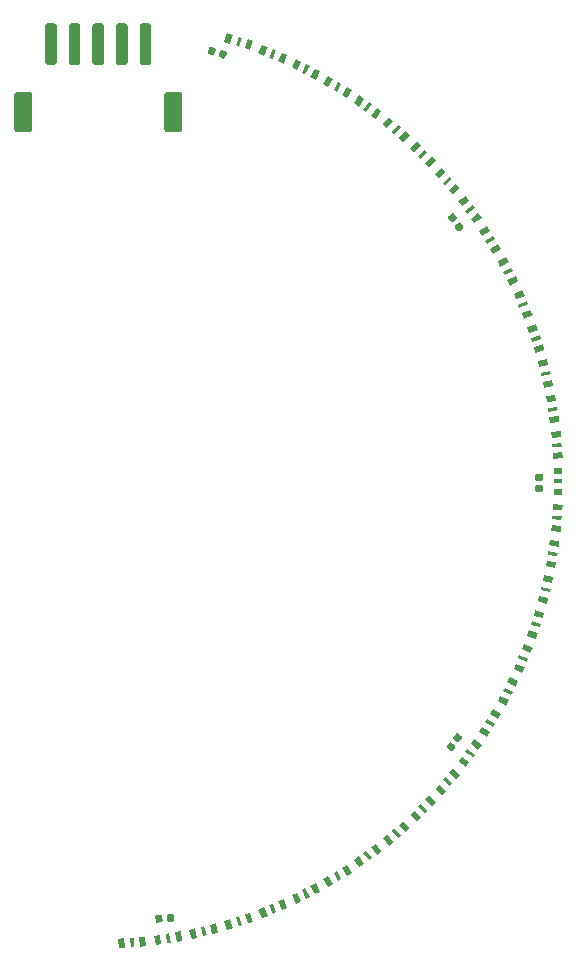
<source format=gbr>
G04 #@! TF.GenerationSoftware,KiCad,Pcbnew,(5.1.5)-3*
G04 #@! TF.CreationDate,2020-12-16T00:15:17-05:00*
G04 #@! TF.ProjectId,pixel,70697865-6c2e-46b6-9963-61645f706362,0.1a*
G04 #@! TF.SameCoordinates,Original*
G04 #@! TF.FileFunction,Paste,Top*
G04 #@! TF.FilePolarity,Positive*
%FSLAX46Y46*%
G04 Gerber Fmt 4.6, Leading zero omitted, Abs format (unit mm)*
G04 Created by KiCad (PCBNEW (5.1.5)-3) date 2020-12-16 00:15:17*
%MOMM*%
%LPD*%
G04 APERTURE LIST*
%ADD10C,0.100000*%
%ADD11R,0.800000X0.500000*%
%ADD12R,0.800000X0.300000*%
G04 APERTURE END LIST*
D10*
G36*
X132570595Y-107994322D02*
G01*
X132095067Y-107839813D01*
X132342281Y-107078968D01*
X132817809Y-107233477D01*
X132570595Y-107994322D01*
G37*
G36*
X131619539Y-107685304D02*
G01*
X131334222Y-107592599D01*
X131581435Y-106831754D01*
X131866752Y-106924459D01*
X131619539Y-107685304D01*
G37*
G36*
X130858693Y-107438091D02*
G01*
X130383165Y-107283582D01*
X130630379Y-106522737D01*
X131105907Y-106677246D01*
X130858693Y-107438091D01*
G37*
G36*
X135394507Y-109132363D02*
G01*
X134932567Y-108941021D01*
X135238713Y-108201917D01*
X135700653Y-108393259D01*
X135394507Y-109132363D01*
G37*
G36*
X134470627Y-108749679D02*
G01*
X134193463Y-108634874D01*
X134499609Y-107895771D01*
X134776773Y-108010576D01*
X134470627Y-108749679D01*
G37*
G36*
X133731524Y-108443533D02*
G01*
X133269584Y-108252191D01*
X133575730Y-107513087D01*
X134037670Y-107704429D01*
X133731524Y-108443533D01*
G37*
G36*
X126574504Y-111526204D02*
G01*
X126598773Y-111529804D01*
X126622571Y-111535765D01*
X126645671Y-111544030D01*
X126667849Y-111554520D01*
X126688893Y-111567133D01*
X126708598Y-111581747D01*
X126726777Y-111598223D01*
X126743253Y-111616402D01*
X126757867Y-111636107D01*
X126770480Y-111657151D01*
X126780970Y-111679329D01*
X126789235Y-111702429D01*
X126795196Y-111726227D01*
X126798796Y-111750496D01*
X126800000Y-111775000D01*
X126800000Y-114675000D01*
X126798796Y-114699504D01*
X126795196Y-114723773D01*
X126789235Y-114747571D01*
X126780970Y-114770671D01*
X126770480Y-114792849D01*
X126757867Y-114813893D01*
X126743253Y-114833598D01*
X126726777Y-114851777D01*
X126708598Y-114868253D01*
X126688893Y-114882867D01*
X126667849Y-114895480D01*
X126645671Y-114905970D01*
X126622571Y-114914235D01*
X126598773Y-114920196D01*
X126574504Y-114923796D01*
X126550000Y-114925000D01*
X125550000Y-114925000D01*
X125525496Y-114923796D01*
X125501227Y-114920196D01*
X125477429Y-114914235D01*
X125454329Y-114905970D01*
X125432151Y-114895480D01*
X125411107Y-114882867D01*
X125391402Y-114868253D01*
X125373223Y-114851777D01*
X125356747Y-114833598D01*
X125342133Y-114813893D01*
X125329520Y-114792849D01*
X125319030Y-114770671D01*
X125310765Y-114747571D01*
X125304804Y-114723773D01*
X125301204Y-114699504D01*
X125300000Y-114675000D01*
X125300000Y-111775000D01*
X125301204Y-111750496D01*
X125304804Y-111726227D01*
X125310765Y-111702429D01*
X125319030Y-111679329D01*
X125329520Y-111657151D01*
X125342133Y-111636107D01*
X125356747Y-111616402D01*
X125373223Y-111598223D01*
X125391402Y-111581747D01*
X125411107Y-111567133D01*
X125432151Y-111554520D01*
X125454329Y-111544030D01*
X125477429Y-111535765D01*
X125501227Y-111529804D01*
X125525496Y-111526204D01*
X125550000Y-111525000D01*
X126550000Y-111525000D01*
X126574504Y-111526204D01*
G37*
G36*
X113874504Y-111526204D02*
G01*
X113898773Y-111529804D01*
X113922571Y-111535765D01*
X113945671Y-111544030D01*
X113967849Y-111554520D01*
X113988893Y-111567133D01*
X114008598Y-111581747D01*
X114026777Y-111598223D01*
X114043253Y-111616402D01*
X114057867Y-111636107D01*
X114070480Y-111657151D01*
X114080970Y-111679329D01*
X114089235Y-111702429D01*
X114095196Y-111726227D01*
X114098796Y-111750496D01*
X114100000Y-111775000D01*
X114100000Y-114675000D01*
X114098796Y-114699504D01*
X114095196Y-114723773D01*
X114089235Y-114747571D01*
X114080970Y-114770671D01*
X114070480Y-114792849D01*
X114057867Y-114813893D01*
X114043253Y-114833598D01*
X114026777Y-114851777D01*
X114008598Y-114868253D01*
X113988893Y-114882867D01*
X113967849Y-114895480D01*
X113945671Y-114905970D01*
X113922571Y-114914235D01*
X113898773Y-114920196D01*
X113874504Y-114923796D01*
X113850000Y-114925000D01*
X112850000Y-114925000D01*
X112825496Y-114923796D01*
X112801227Y-114920196D01*
X112777429Y-114914235D01*
X112754329Y-114905970D01*
X112732151Y-114895480D01*
X112711107Y-114882867D01*
X112691402Y-114868253D01*
X112673223Y-114851777D01*
X112656747Y-114833598D01*
X112642133Y-114813893D01*
X112629520Y-114792849D01*
X112619030Y-114770671D01*
X112610765Y-114747571D01*
X112604804Y-114723773D01*
X112601204Y-114699504D01*
X112600000Y-114675000D01*
X112600000Y-111775000D01*
X112601204Y-111750496D01*
X112604804Y-111726227D01*
X112610765Y-111702429D01*
X112619030Y-111679329D01*
X112629520Y-111657151D01*
X112642133Y-111636107D01*
X112656747Y-111616402D01*
X112673223Y-111598223D01*
X112691402Y-111581747D01*
X112711107Y-111567133D01*
X112732151Y-111554520D01*
X112754329Y-111544030D01*
X112777429Y-111535765D01*
X112801227Y-111529804D01*
X112825496Y-111526204D01*
X112850000Y-111525000D01*
X113850000Y-111525000D01*
X113874504Y-111526204D01*
G37*
G36*
X123974504Y-105726204D02*
G01*
X123998773Y-105729804D01*
X124022571Y-105735765D01*
X124045671Y-105744030D01*
X124067849Y-105754520D01*
X124088893Y-105767133D01*
X124108598Y-105781747D01*
X124126777Y-105798223D01*
X124143253Y-105816402D01*
X124157867Y-105836107D01*
X124170480Y-105857151D01*
X124180970Y-105879329D01*
X124189235Y-105902429D01*
X124195196Y-105926227D01*
X124198796Y-105950496D01*
X124200000Y-105975000D01*
X124200000Y-108975000D01*
X124198796Y-108999504D01*
X124195196Y-109023773D01*
X124189235Y-109047571D01*
X124180970Y-109070671D01*
X124170480Y-109092849D01*
X124157867Y-109113893D01*
X124143253Y-109133598D01*
X124126777Y-109151777D01*
X124108598Y-109168253D01*
X124088893Y-109182867D01*
X124067849Y-109195480D01*
X124045671Y-109205970D01*
X124022571Y-109214235D01*
X123998773Y-109220196D01*
X123974504Y-109223796D01*
X123950000Y-109225000D01*
X123450000Y-109225000D01*
X123425496Y-109223796D01*
X123401227Y-109220196D01*
X123377429Y-109214235D01*
X123354329Y-109205970D01*
X123332151Y-109195480D01*
X123311107Y-109182867D01*
X123291402Y-109168253D01*
X123273223Y-109151777D01*
X123256747Y-109133598D01*
X123242133Y-109113893D01*
X123229520Y-109092849D01*
X123219030Y-109070671D01*
X123210765Y-109047571D01*
X123204804Y-109023773D01*
X123201204Y-108999504D01*
X123200000Y-108975000D01*
X123200000Y-105975000D01*
X123201204Y-105950496D01*
X123204804Y-105926227D01*
X123210765Y-105902429D01*
X123219030Y-105879329D01*
X123229520Y-105857151D01*
X123242133Y-105836107D01*
X123256747Y-105816402D01*
X123273223Y-105798223D01*
X123291402Y-105781747D01*
X123311107Y-105767133D01*
X123332151Y-105754520D01*
X123354329Y-105744030D01*
X123377429Y-105735765D01*
X123401227Y-105729804D01*
X123425496Y-105726204D01*
X123450000Y-105725000D01*
X123950000Y-105725000D01*
X123974504Y-105726204D01*
G37*
G36*
X121974504Y-105726204D02*
G01*
X121998773Y-105729804D01*
X122022571Y-105735765D01*
X122045671Y-105744030D01*
X122067849Y-105754520D01*
X122088893Y-105767133D01*
X122108598Y-105781747D01*
X122126777Y-105798223D01*
X122143253Y-105816402D01*
X122157867Y-105836107D01*
X122170480Y-105857151D01*
X122180970Y-105879329D01*
X122189235Y-105902429D01*
X122195196Y-105926227D01*
X122198796Y-105950496D01*
X122200000Y-105975000D01*
X122200000Y-108975000D01*
X122198796Y-108999504D01*
X122195196Y-109023773D01*
X122189235Y-109047571D01*
X122180970Y-109070671D01*
X122170480Y-109092849D01*
X122157867Y-109113893D01*
X122143253Y-109133598D01*
X122126777Y-109151777D01*
X122108598Y-109168253D01*
X122088893Y-109182867D01*
X122067849Y-109195480D01*
X122045671Y-109205970D01*
X122022571Y-109214235D01*
X121998773Y-109220196D01*
X121974504Y-109223796D01*
X121950000Y-109225000D01*
X121450000Y-109225000D01*
X121425496Y-109223796D01*
X121401227Y-109220196D01*
X121377429Y-109214235D01*
X121354329Y-109205970D01*
X121332151Y-109195480D01*
X121311107Y-109182867D01*
X121291402Y-109168253D01*
X121273223Y-109151777D01*
X121256747Y-109133598D01*
X121242133Y-109113893D01*
X121229520Y-109092849D01*
X121219030Y-109070671D01*
X121210765Y-109047571D01*
X121204804Y-109023773D01*
X121201204Y-108999504D01*
X121200000Y-108975000D01*
X121200000Y-105975000D01*
X121201204Y-105950496D01*
X121204804Y-105926227D01*
X121210765Y-105902429D01*
X121219030Y-105879329D01*
X121229520Y-105857151D01*
X121242133Y-105836107D01*
X121256747Y-105816402D01*
X121273223Y-105798223D01*
X121291402Y-105781747D01*
X121311107Y-105767133D01*
X121332151Y-105754520D01*
X121354329Y-105744030D01*
X121377429Y-105735765D01*
X121401227Y-105729804D01*
X121425496Y-105726204D01*
X121450000Y-105725000D01*
X121950000Y-105725000D01*
X121974504Y-105726204D01*
G37*
G36*
X119974504Y-105726204D02*
G01*
X119998773Y-105729804D01*
X120022571Y-105735765D01*
X120045671Y-105744030D01*
X120067849Y-105754520D01*
X120088893Y-105767133D01*
X120108598Y-105781747D01*
X120126777Y-105798223D01*
X120143253Y-105816402D01*
X120157867Y-105836107D01*
X120170480Y-105857151D01*
X120180970Y-105879329D01*
X120189235Y-105902429D01*
X120195196Y-105926227D01*
X120198796Y-105950496D01*
X120200000Y-105975000D01*
X120200000Y-108975000D01*
X120198796Y-108999504D01*
X120195196Y-109023773D01*
X120189235Y-109047571D01*
X120180970Y-109070671D01*
X120170480Y-109092849D01*
X120157867Y-109113893D01*
X120143253Y-109133598D01*
X120126777Y-109151777D01*
X120108598Y-109168253D01*
X120088893Y-109182867D01*
X120067849Y-109195480D01*
X120045671Y-109205970D01*
X120022571Y-109214235D01*
X119998773Y-109220196D01*
X119974504Y-109223796D01*
X119950000Y-109225000D01*
X119450000Y-109225000D01*
X119425496Y-109223796D01*
X119401227Y-109220196D01*
X119377429Y-109214235D01*
X119354329Y-109205970D01*
X119332151Y-109195480D01*
X119311107Y-109182867D01*
X119291402Y-109168253D01*
X119273223Y-109151777D01*
X119256747Y-109133598D01*
X119242133Y-109113893D01*
X119229520Y-109092849D01*
X119219030Y-109070671D01*
X119210765Y-109047571D01*
X119204804Y-109023773D01*
X119201204Y-108999504D01*
X119200000Y-108975000D01*
X119200000Y-105975000D01*
X119201204Y-105950496D01*
X119204804Y-105926227D01*
X119210765Y-105902429D01*
X119219030Y-105879329D01*
X119229520Y-105857151D01*
X119242133Y-105836107D01*
X119256747Y-105816402D01*
X119273223Y-105798223D01*
X119291402Y-105781747D01*
X119311107Y-105767133D01*
X119332151Y-105754520D01*
X119354329Y-105744030D01*
X119377429Y-105735765D01*
X119401227Y-105729804D01*
X119425496Y-105726204D01*
X119450000Y-105725000D01*
X119950000Y-105725000D01*
X119974504Y-105726204D01*
G37*
G36*
X117974504Y-105726204D02*
G01*
X117998773Y-105729804D01*
X118022571Y-105735765D01*
X118045671Y-105744030D01*
X118067849Y-105754520D01*
X118088893Y-105767133D01*
X118108598Y-105781747D01*
X118126777Y-105798223D01*
X118143253Y-105816402D01*
X118157867Y-105836107D01*
X118170480Y-105857151D01*
X118180970Y-105879329D01*
X118189235Y-105902429D01*
X118195196Y-105926227D01*
X118198796Y-105950496D01*
X118200000Y-105975000D01*
X118200000Y-108975000D01*
X118198796Y-108999504D01*
X118195196Y-109023773D01*
X118189235Y-109047571D01*
X118180970Y-109070671D01*
X118170480Y-109092849D01*
X118157867Y-109113893D01*
X118143253Y-109133598D01*
X118126777Y-109151777D01*
X118108598Y-109168253D01*
X118088893Y-109182867D01*
X118067849Y-109195480D01*
X118045671Y-109205970D01*
X118022571Y-109214235D01*
X117998773Y-109220196D01*
X117974504Y-109223796D01*
X117950000Y-109225000D01*
X117450000Y-109225000D01*
X117425496Y-109223796D01*
X117401227Y-109220196D01*
X117377429Y-109214235D01*
X117354329Y-109205970D01*
X117332151Y-109195480D01*
X117311107Y-109182867D01*
X117291402Y-109168253D01*
X117273223Y-109151777D01*
X117256747Y-109133598D01*
X117242133Y-109113893D01*
X117229520Y-109092849D01*
X117219030Y-109070671D01*
X117210765Y-109047571D01*
X117204804Y-109023773D01*
X117201204Y-108999504D01*
X117200000Y-108975000D01*
X117200000Y-105975000D01*
X117201204Y-105950496D01*
X117204804Y-105926227D01*
X117210765Y-105902429D01*
X117219030Y-105879329D01*
X117229520Y-105857151D01*
X117242133Y-105836107D01*
X117256747Y-105816402D01*
X117273223Y-105798223D01*
X117291402Y-105781747D01*
X117311107Y-105767133D01*
X117332151Y-105754520D01*
X117354329Y-105744030D01*
X117377429Y-105735765D01*
X117401227Y-105729804D01*
X117425496Y-105726204D01*
X117450000Y-105725000D01*
X117950000Y-105725000D01*
X117974504Y-105726204D01*
G37*
G36*
X115974504Y-105726204D02*
G01*
X115998773Y-105729804D01*
X116022571Y-105735765D01*
X116045671Y-105744030D01*
X116067849Y-105754520D01*
X116088893Y-105767133D01*
X116108598Y-105781747D01*
X116126777Y-105798223D01*
X116143253Y-105816402D01*
X116157867Y-105836107D01*
X116170480Y-105857151D01*
X116180970Y-105879329D01*
X116189235Y-105902429D01*
X116195196Y-105926227D01*
X116198796Y-105950496D01*
X116200000Y-105975000D01*
X116200000Y-108975000D01*
X116198796Y-108999504D01*
X116195196Y-109023773D01*
X116189235Y-109047571D01*
X116180970Y-109070671D01*
X116170480Y-109092849D01*
X116157867Y-109113893D01*
X116143253Y-109133598D01*
X116126777Y-109151777D01*
X116108598Y-109168253D01*
X116088893Y-109182867D01*
X116067849Y-109195480D01*
X116045671Y-109205970D01*
X116022571Y-109214235D01*
X115998773Y-109220196D01*
X115974504Y-109223796D01*
X115950000Y-109225000D01*
X115450000Y-109225000D01*
X115425496Y-109223796D01*
X115401227Y-109220196D01*
X115377429Y-109214235D01*
X115354329Y-109205970D01*
X115332151Y-109195480D01*
X115311107Y-109182867D01*
X115291402Y-109168253D01*
X115273223Y-109151777D01*
X115256747Y-109133598D01*
X115242133Y-109113893D01*
X115229520Y-109092849D01*
X115219030Y-109070671D01*
X115210765Y-109047571D01*
X115204804Y-109023773D01*
X115201204Y-108999504D01*
X115200000Y-108975000D01*
X115200000Y-105975000D01*
X115201204Y-105950496D01*
X115204804Y-105926227D01*
X115210765Y-105902429D01*
X115219030Y-105879329D01*
X115229520Y-105857151D01*
X115242133Y-105836107D01*
X115256747Y-105816402D01*
X115273223Y-105798223D01*
X115291402Y-105781747D01*
X115311107Y-105767133D01*
X115332151Y-105754520D01*
X115354329Y-105744030D01*
X115377429Y-105735765D01*
X115401227Y-105729804D01*
X115425496Y-105726204D01*
X115450000Y-105725000D01*
X115950000Y-105725000D01*
X115974504Y-105726204D01*
G37*
G36*
X124427245Y-182960724D02*
G01*
X124921089Y-182882507D01*
X125046237Y-183672658D01*
X124552393Y-183750875D01*
X124427245Y-182960724D01*
G37*
G36*
X125414933Y-182804290D02*
G01*
X125711239Y-182757359D01*
X125836387Y-183547510D01*
X125540081Y-183594441D01*
X125414933Y-182804290D01*
G37*
G36*
X126205084Y-182679142D02*
G01*
X126698928Y-182600925D01*
X126824076Y-183391076D01*
X126330232Y-183469293D01*
X126205084Y-182679142D01*
G37*
G36*
X130383165Y-181716418D02*
G01*
X130858693Y-181561909D01*
X131105907Y-182322754D01*
X130630379Y-182477263D01*
X130383165Y-181716418D01*
G37*
G36*
X131334222Y-181407401D02*
G01*
X131619539Y-181314696D01*
X131866752Y-182075541D01*
X131581435Y-182168246D01*
X131334222Y-181407401D01*
G37*
G36*
X132095067Y-181160187D02*
G01*
X132570595Y-181005678D01*
X132817809Y-181766523D01*
X132342281Y-181921032D01*
X132095067Y-181160187D01*
G37*
G36*
X136071106Y-179555720D02*
G01*
X136516609Y-179328725D01*
X136879802Y-180041530D01*
X136434299Y-180268525D01*
X136071106Y-179555720D01*
G37*
G36*
X136962113Y-179101730D02*
G01*
X137229415Y-178965533D01*
X137592607Y-179678338D01*
X137325305Y-179814535D01*
X136962113Y-179101730D01*
G37*
G36*
X137674918Y-178738537D02*
G01*
X138120421Y-178511542D01*
X138483614Y-179224347D01*
X138038111Y-179451342D01*
X137674918Y-178738537D01*
G37*
G36*
X141351011Y-176531834D02*
G01*
X141755519Y-176237941D01*
X142225747Y-176885154D01*
X141821239Y-177179047D01*
X141351011Y-176531834D01*
G37*
G36*
X142160027Y-175944048D02*
G01*
X142402732Y-175767712D01*
X142872961Y-176414926D01*
X142630256Y-176591262D01*
X142160027Y-175944048D01*
G37*
G36*
X142807242Y-175473820D02*
G01*
X143211750Y-175179927D01*
X143681978Y-175827140D01*
X143277470Y-176121033D01*
X142807242Y-175473820D01*
G37*
G36*
X146092872Y-172719218D02*
G01*
X146446425Y-172365665D01*
X147012110Y-172931350D01*
X146658557Y-173284903D01*
X146092872Y-172719218D01*
G37*
G36*
X146799978Y-172012110D02*
G01*
X147012110Y-171799978D01*
X147577796Y-172365664D01*
X147365664Y-172577796D01*
X146799978Y-172012110D01*
G37*
G36*
X147365665Y-171446425D02*
G01*
X147719218Y-171092872D01*
X148284903Y-171658557D01*
X147931350Y-172012110D01*
X147365665Y-171446425D01*
G37*
G36*
X150179927Y-168211750D02*
G01*
X150473820Y-167807242D01*
X151121033Y-168277470D01*
X150827140Y-168681978D01*
X150179927Y-168211750D01*
G37*
G36*
X150767712Y-167402732D02*
G01*
X150944048Y-167160027D01*
X151591262Y-167630256D01*
X151414926Y-167872961D01*
X150767712Y-167402732D01*
G37*
G36*
X151237941Y-166755519D02*
G01*
X151531834Y-166351011D01*
X152179047Y-166821239D01*
X151885154Y-167225747D01*
X151237941Y-166755519D01*
G37*
G36*
X153511542Y-163120421D02*
G01*
X153738537Y-162674918D01*
X154451342Y-163038111D01*
X154224347Y-163483614D01*
X153511542Y-163120421D01*
G37*
G36*
X153965533Y-162229415D02*
G01*
X154101730Y-161962113D01*
X154814535Y-162325305D01*
X154678338Y-162592607D01*
X153965533Y-162229415D01*
G37*
G36*
X154328725Y-161516609D02*
G01*
X154555720Y-161071106D01*
X155268525Y-161434299D01*
X155041530Y-161879802D01*
X154328725Y-161516609D01*
G37*
G36*
X156005678Y-157570595D02*
G01*
X156160187Y-157095067D01*
X156921032Y-157342281D01*
X156766523Y-157817809D01*
X156005678Y-157570595D01*
G37*
G36*
X156314696Y-156619539D02*
G01*
X156407401Y-156334222D01*
X157168246Y-156581435D01*
X157075541Y-156866752D01*
X156314696Y-156619539D01*
G37*
G36*
X156561909Y-155858693D02*
G01*
X156716418Y-155383165D01*
X157477263Y-155630379D01*
X157322754Y-156105907D01*
X156561909Y-155858693D01*
G37*
G36*
X157600925Y-151698928D02*
G01*
X157679142Y-151205084D01*
X158469293Y-151330232D01*
X158391076Y-151824076D01*
X157600925Y-151698928D01*
G37*
G36*
X157757359Y-150711239D02*
G01*
X157804290Y-150414933D01*
X158594441Y-150540081D01*
X158547510Y-150836387D01*
X157757359Y-150711239D01*
G37*
G36*
X157882507Y-149921089D02*
G01*
X157960724Y-149427245D01*
X158750875Y-149552393D01*
X158672658Y-150046237D01*
X157882507Y-149921089D01*
G37*
G36*
X138120421Y-110488458D02*
G01*
X137674918Y-110261463D01*
X138038111Y-109548658D01*
X138483614Y-109775653D01*
X138120421Y-110488458D01*
G37*
G36*
X137229415Y-110034467D02*
G01*
X136962113Y-109898270D01*
X137325305Y-109185465D01*
X137592607Y-109321662D01*
X137229415Y-110034467D01*
G37*
G36*
X136516609Y-109671275D02*
G01*
X136071106Y-109444280D01*
X136434299Y-108731475D01*
X136879802Y-108958470D01*
X136516609Y-109671275D01*
G37*
G36*
X143211750Y-113820073D02*
G01*
X142807242Y-113526180D01*
X143277470Y-112878967D01*
X143681978Y-113172860D01*
X143211750Y-113820073D01*
G37*
G36*
X142402732Y-113232288D02*
G01*
X142160027Y-113055952D01*
X142630256Y-112408738D01*
X142872961Y-112585074D01*
X142402732Y-113232288D01*
G37*
G36*
X141755519Y-112762059D02*
G01*
X141351011Y-112468166D01*
X141821239Y-111820953D01*
X142225747Y-112114846D01*
X141755519Y-112762059D01*
G37*
G36*
X147719218Y-117907128D02*
G01*
X147365665Y-117553575D01*
X147931350Y-116987890D01*
X148284903Y-117341443D01*
X147719218Y-117907128D01*
G37*
G36*
X147012110Y-117200022D02*
G01*
X146799978Y-116987890D01*
X147365664Y-116422204D01*
X147577796Y-116634336D01*
X147012110Y-117200022D01*
G37*
G36*
X146446425Y-116634335D02*
G01*
X146092872Y-116280782D01*
X146658557Y-115715097D01*
X147012110Y-116068650D01*
X146446425Y-116634335D01*
G37*
G36*
X151531834Y-122648989D02*
G01*
X151237941Y-122244481D01*
X151885154Y-121774253D01*
X152179047Y-122178761D01*
X151531834Y-122648989D01*
G37*
G36*
X150944048Y-121839973D02*
G01*
X150767712Y-121597268D01*
X151414926Y-121127039D01*
X151591262Y-121369744D01*
X150944048Y-121839973D01*
G37*
G36*
X150473820Y-121192758D02*
G01*
X150179927Y-120788250D01*
X150827140Y-120318022D01*
X151121033Y-120722530D01*
X150473820Y-121192758D01*
G37*
G36*
X154555720Y-127928894D02*
G01*
X154328725Y-127483391D01*
X155041530Y-127120198D01*
X155268525Y-127565701D01*
X154555720Y-127928894D01*
G37*
G36*
X154101730Y-127037887D02*
G01*
X153965533Y-126770585D01*
X154678338Y-126407393D01*
X154814535Y-126674695D01*
X154101730Y-127037887D01*
G37*
G36*
X153738537Y-126325082D02*
G01*
X153511542Y-125879579D01*
X154224347Y-125516386D01*
X154451342Y-125961889D01*
X153738537Y-126325082D01*
G37*
G36*
X156716418Y-133616835D02*
G01*
X156561909Y-133141307D01*
X157322754Y-132894093D01*
X157477263Y-133369621D01*
X156716418Y-133616835D01*
G37*
G36*
X156407401Y-132665778D02*
G01*
X156314696Y-132380461D01*
X157075541Y-132133248D01*
X157168246Y-132418565D01*
X156407401Y-132665778D01*
G37*
G36*
X156160187Y-131904933D02*
G01*
X156005678Y-131429405D01*
X156766523Y-131182191D01*
X156921032Y-131657719D01*
X156160187Y-131904933D01*
G37*
G36*
X157960724Y-139572755D02*
G01*
X157882507Y-139078911D01*
X158672658Y-138953763D01*
X158750875Y-139447607D01*
X157960724Y-139572755D01*
G37*
G36*
X157804290Y-138585067D02*
G01*
X157757359Y-138288761D01*
X158547510Y-138163613D01*
X158594441Y-138459919D01*
X157804290Y-138585067D01*
G37*
G36*
X157679142Y-137794916D02*
G01*
X157600925Y-137301072D01*
X158391076Y-137175924D01*
X158469293Y-137669768D01*
X157679142Y-137794916D01*
G37*
D11*
X158658000Y-145400000D03*
D12*
X158658000Y-144500000D03*
D11*
X158658000Y-143600000D03*
D10*
G36*
X140731536Y-112054247D02*
G01*
X140305216Y-111792997D01*
X140723214Y-111110885D01*
X141149534Y-111372135D01*
X140731536Y-112054247D01*
G37*
G36*
X139878895Y-111531748D02*
G01*
X139623103Y-111374998D01*
X140041101Y-110692886D01*
X140296893Y-110849636D01*
X139878895Y-111531748D01*
G37*
G36*
X139196783Y-111113749D02*
G01*
X138770463Y-110852499D01*
X139188461Y-110170387D01*
X139614781Y-110431637D01*
X139196783Y-111113749D01*
G37*
G36*
X145545774Y-115775050D02*
G01*
X145165571Y-115450326D01*
X145685130Y-114842002D01*
X146065333Y-115166726D01*
X145545774Y-115775050D01*
G37*
G36*
X144785369Y-115125603D02*
G01*
X144557247Y-114930768D01*
X145076805Y-114322443D01*
X145304927Y-114517278D01*
X144785369Y-115125603D01*
G37*
G36*
X144177043Y-114606044D02*
G01*
X143796840Y-114281320D01*
X144316399Y-113672996D01*
X144696602Y-113997720D01*
X144177043Y-114606044D01*
G37*
G36*
X149718680Y-120203160D02*
G01*
X149393956Y-119822957D01*
X150002280Y-119303398D01*
X150327004Y-119683601D01*
X149718680Y-120203160D01*
G37*
G36*
X149069232Y-119442753D02*
G01*
X148874397Y-119214631D01*
X149482722Y-118695073D01*
X149677557Y-118923195D01*
X149069232Y-119442753D01*
G37*
G36*
X148549674Y-118834429D02*
G01*
X148224950Y-118454226D01*
X148833274Y-117934667D01*
X149157998Y-118314870D01*
X148549674Y-118834429D01*
G37*
G36*
X153147501Y-125229537D02*
G01*
X152886251Y-124803217D01*
X153568363Y-124385219D01*
X153829613Y-124811539D01*
X153147501Y-125229537D01*
G37*
G36*
X152625002Y-124376897D02*
G01*
X152468252Y-124121105D01*
X153150364Y-123703107D01*
X153307114Y-123958899D01*
X152625002Y-124376897D01*
G37*
G36*
X152207003Y-123694784D02*
G01*
X151945753Y-123268464D01*
X152627865Y-122850466D01*
X152889115Y-123276786D01*
X152207003Y-123694784D01*
G37*
G36*
X155747809Y-130730416D02*
G01*
X155556467Y-130268476D01*
X156295571Y-129962330D01*
X156486913Y-130424270D01*
X155747809Y-130730416D01*
G37*
G36*
X155365126Y-129806537D02*
G01*
X155250321Y-129529373D01*
X155989424Y-129223227D01*
X156104229Y-129500391D01*
X155365126Y-129806537D01*
G37*
G36*
X155058979Y-129067433D02*
G01*
X154867637Y-128605493D01*
X155606741Y-128299347D01*
X155798083Y-128761287D01*
X155058979Y-129067433D01*
G37*
G36*
X157455575Y-136570350D02*
G01*
X157338853Y-136084165D01*
X158116749Y-135897408D01*
X158233471Y-136383593D01*
X157455575Y-136570350D01*
G37*
G36*
X157222130Y-135597980D02*
G01*
X157152096Y-135306269D01*
X157929992Y-135119512D01*
X158000026Y-135411223D01*
X157222130Y-135597980D01*
G37*
G36*
X157035374Y-134820084D02*
G01*
X156918652Y-134333899D01*
X157696548Y-134147142D01*
X157813270Y-134633327D01*
X157035374Y-134820084D01*
G37*
G36*
X158228750Y-142605538D02*
G01*
X158189520Y-142107079D01*
X158987054Y-142044312D01*
X159026284Y-142542771D01*
X158228750Y-142605538D01*
G37*
G36*
X158150291Y-141608620D02*
G01*
X158126753Y-141309545D01*
X158924287Y-141246778D01*
X158947825Y-141545853D01*
X158150291Y-141608620D01*
G37*
G36*
X158087524Y-140811086D02*
G01*
X158048294Y-140312627D01*
X158845828Y-140249860D01*
X158885058Y-140748319D01*
X158087524Y-140811086D01*
G37*
G36*
X158048294Y-148687373D02*
G01*
X158087524Y-148188914D01*
X158885058Y-148251681D01*
X158845828Y-148750140D01*
X158048294Y-148687373D01*
G37*
G36*
X158126753Y-147690455D02*
G01*
X158150291Y-147391380D01*
X158947825Y-147454147D01*
X158924287Y-147753222D01*
X158126753Y-147690455D01*
G37*
G36*
X158189520Y-146892921D02*
G01*
X158228750Y-146394462D01*
X159026284Y-146457229D01*
X158987054Y-146955688D01*
X158189520Y-146892921D01*
G37*
G36*
X156918652Y-154666101D02*
G01*
X157035374Y-154179916D01*
X157813270Y-154366673D01*
X157696548Y-154852858D01*
X156918652Y-154666101D01*
G37*
G36*
X157152096Y-153693731D02*
G01*
X157222130Y-153402020D01*
X158000026Y-153588777D01*
X157929992Y-153880488D01*
X157152096Y-153693731D01*
G37*
G36*
X157338853Y-152915835D02*
G01*
X157455575Y-152429650D01*
X158233471Y-152616407D01*
X158116749Y-153102592D01*
X157338853Y-152915835D01*
G37*
G36*
X154867637Y-160394507D02*
G01*
X155058979Y-159932567D01*
X155798083Y-160238713D01*
X155606741Y-160700653D01*
X154867637Y-160394507D01*
G37*
G36*
X155250321Y-159470627D02*
G01*
X155365126Y-159193463D01*
X156104229Y-159499609D01*
X155989424Y-159776773D01*
X155250321Y-159470627D01*
G37*
G36*
X155556467Y-158731524D02*
G01*
X155747809Y-158269584D01*
X156486913Y-158575730D01*
X156295571Y-159037670D01*
X155556467Y-158731524D01*
G37*
G36*
X151945753Y-165731536D02*
G01*
X152207003Y-165305216D01*
X152889115Y-165723214D01*
X152627865Y-166149534D01*
X151945753Y-165731536D01*
G37*
G36*
X152468252Y-164878895D02*
G01*
X152625002Y-164623103D01*
X153307114Y-165041101D01*
X153150364Y-165296893D01*
X152468252Y-164878895D01*
G37*
G36*
X152886251Y-164196783D02*
G01*
X153147501Y-163770463D01*
X153829613Y-164188461D01*
X153568363Y-164614781D01*
X152886251Y-164196783D01*
G37*
G36*
X148224950Y-170545774D02*
G01*
X148549674Y-170165571D01*
X149157998Y-170685130D01*
X148833274Y-171065333D01*
X148224950Y-170545774D01*
G37*
G36*
X148874397Y-169785369D02*
G01*
X149069232Y-169557247D01*
X149677557Y-170076805D01*
X149482722Y-170304927D01*
X148874397Y-169785369D01*
G37*
G36*
X149393956Y-169177043D02*
G01*
X149718680Y-168796840D01*
X150327004Y-169316399D01*
X150002280Y-169696602D01*
X149393956Y-169177043D01*
G37*
G36*
X143796840Y-174718680D02*
G01*
X144177043Y-174393956D01*
X144696602Y-175002280D01*
X144316399Y-175327004D01*
X143796840Y-174718680D01*
G37*
G36*
X144557247Y-174069232D02*
G01*
X144785369Y-173874397D01*
X145304927Y-174482722D01*
X145076805Y-174677557D01*
X144557247Y-174069232D01*
G37*
G36*
X145165571Y-173549674D02*
G01*
X145545774Y-173224950D01*
X146065333Y-173833274D01*
X145685130Y-174157998D01*
X145165571Y-173549674D01*
G37*
G36*
X138770463Y-178147501D02*
G01*
X139196783Y-177886251D01*
X139614781Y-178568363D01*
X139188461Y-178829613D01*
X138770463Y-178147501D01*
G37*
G36*
X139623103Y-177625002D02*
G01*
X139878895Y-177468252D01*
X140296893Y-178150364D01*
X140041101Y-178307114D01*
X139623103Y-177625002D01*
G37*
G36*
X140305216Y-177207003D02*
G01*
X140731536Y-176945753D01*
X141149534Y-177627865D01*
X140723214Y-177889115D01*
X140305216Y-177207003D01*
G37*
G36*
X133269584Y-180747809D02*
G01*
X133731524Y-180556467D01*
X134037670Y-181295571D01*
X133575730Y-181486913D01*
X133269584Y-180747809D01*
G37*
G36*
X134193463Y-180365126D02*
G01*
X134470627Y-180250321D01*
X134776773Y-180989424D01*
X134499609Y-181104229D01*
X134193463Y-180365126D01*
G37*
G36*
X134932567Y-180058979D02*
G01*
X135394507Y-179867637D01*
X135700653Y-180606741D01*
X135238713Y-180798083D01*
X134932567Y-180058979D01*
G37*
G36*
X127429650Y-182455575D02*
G01*
X127915835Y-182338853D01*
X128102592Y-183116749D01*
X127616407Y-183233471D01*
X127429650Y-182455575D01*
G37*
G36*
X128402020Y-182222130D02*
G01*
X128693731Y-182152096D01*
X128880488Y-182929992D01*
X128588777Y-183000026D01*
X128402020Y-182222130D01*
G37*
G36*
X129179916Y-182035374D02*
G01*
X129666101Y-181918652D01*
X129852858Y-182696548D01*
X129366673Y-182813270D01*
X129179916Y-182035374D01*
G37*
G36*
X121394462Y-183228750D02*
G01*
X121892921Y-183189520D01*
X121955688Y-183987054D01*
X121457229Y-184026284D01*
X121394462Y-183228750D01*
G37*
G36*
X122391380Y-183150291D02*
G01*
X122690455Y-183126753D01*
X122753222Y-183924287D01*
X122454147Y-183947825D01*
X122391380Y-183150291D01*
G37*
G36*
X123188914Y-183087524D02*
G01*
X123687373Y-183048294D01*
X123750140Y-183845828D01*
X123251681Y-183885058D01*
X123188914Y-183087524D01*
G37*
G36*
X157211958Y-144815710D02*
G01*
X157226276Y-144817834D01*
X157240317Y-144821351D01*
X157253946Y-144826228D01*
X157267031Y-144832417D01*
X157279447Y-144839858D01*
X157291073Y-144848481D01*
X157301798Y-144858202D01*
X157311519Y-144868927D01*
X157320142Y-144880553D01*
X157327583Y-144892969D01*
X157333772Y-144906054D01*
X157338649Y-144919683D01*
X157342166Y-144933724D01*
X157344290Y-144948042D01*
X157345000Y-144962500D01*
X157345000Y-145257500D01*
X157344290Y-145271958D01*
X157342166Y-145286276D01*
X157338649Y-145300317D01*
X157333772Y-145313946D01*
X157327583Y-145327031D01*
X157320142Y-145339447D01*
X157311519Y-145351073D01*
X157301798Y-145361798D01*
X157291073Y-145371519D01*
X157279447Y-145380142D01*
X157267031Y-145387583D01*
X157253946Y-145393772D01*
X157240317Y-145398649D01*
X157226276Y-145402166D01*
X157211958Y-145404290D01*
X157197500Y-145405000D01*
X156852500Y-145405000D01*
X156838042Y-145404290D01*
X156823724Y-145402166D01*
X156809683Y-145398649D01*
X156796054Y-145393772D01*
X156782969Y-145387583D01*
X156770553Y-145380142D01*
X156758927Y-145371519D01*
X156748202Y-145361798D01*
X156738481Y-145351073D01*
X156729858Y-145339447D01*
X156722417Y-145327031D01*
X156716228Y-145313946D01*
X156711351Y-145300317D01*
X156707834Y-145286276D01*
X156705710Y-145271958D01*
X156705000Y-145257500D01*
X156705000Y-144962500D01*
X156705710Y-144948042D01*
X156707834Y-144933724D01*
X156711351Y-144919683D01*
X156716228Y-144906054D01*
X156722417Y-144892969D01*
X156729858Y-144880553D01*
X156738481Y-144868927D01*
X156748202Y-144858202D01*
X156758927Y-144848481D01*
X156770553Y-144839858D01*
X156782969Y-144832417D01*
X156796054Y-144826228D01*
X156809683Y-144821351D01*
X156823724Y-144817834D01*
X156838042Y-144815710D01*
X156852500Y-144815000D01*
X157197500Y-144815000D01*
X157211958Y-144815710D01*
G37*
G36*
X157211958Y-143845710D02*
G01*
X157226276Y-143847834D01*
X157240317Y-143851351D01*
X157253946Y-143856228D01*
X157267031Y-143862417D01*
X157279447Y-143869858D01*
X157291073Y-143878481D01*
X157301798Y-143888202D01*
X157311519Y-143898927D01*
X157320142Y-143910553D01*
X157327583Y-143922969D01*
X157333772Y-143936054D01*
X157338649Y-143949683D01*
X157342166Y-143963724D01*
X157344290Y-143978042D01*
X157345000Y-143992500D01*
X157345000Y-144287500D01*
X157344290Y-144301958D01*
X157342166Y-144316276D01*
X157338649Y-144330317D01*
X157333772Y-144343946D01*
X157327583Y-144357031D01*
X157320142Y-144369447D01*
X157311519Y-144381073D01*
X157301798Y-144391798D01*
X157291073Y-144401519D01*
X157279447Y-144410142D01*
X157267031Y-144417583D01*
X157253946Y-144423772D01*
X157240317Y-144428649D01*
X157226276Y-144432166D01*
X157211958Y-144434290D01*
X157197500Y-144435000D01*
X156852500Y-144435000D01*
X156838042Y-144434290D01*
X156823724Y-144432166D01*
X156809683Y-144428649D01*
X156796054Y-144423772D01*
X156782969Y-144417583D01*
X156770553Y-144410142D01*
X156758927Y-144401519D01*
X156748202Y-144391798D01*
X156738481Y-144381073D01*
X156729858Y-144369447D01*
X156722417Y-144357031D01*
X156716228Y-144343946D01*
X156711351Y-144330317D01*
X156707834Y-144316276D01*
X156705710Y-144301958D01*
X156705000Y-144287500D01*
X156705000Y-143992500D01*
X156705710Y-143978042D01*
X156707834Y-143963724D01*
X156711351Y-143949683D01*
X156716228Y-143936054D01*
X156722417Y-143922969D01*
X156729858Y-143910553D01*
X156738481Y-143898927D01*
X156748202Y-143888202D01*
X156758927Y-143878481D01*
X156770553Y-143869858D01*
X156782969Y-143862417D01*
X156796054Y-143856228D01*
X156809683Y-143851351D01*
X156823724Y-143847834D01*
X156838042Y-143845710D01*
X156852500Y-143845000D01*
X157197500Y-143845000D01*
X157211958Y-143845710D01*
G37*
G36*
X150321616Y-122574406D02*
G01*
X150336007Y-122575966D01*
X150350176Y-122578929D01*
X150363985Y-122583267D01*
X150377303Y-122588937D01*
X150390002Y-122595886D01*
X150401958Y-122604045D01*
X150413056Y-122613337D01*
X150423190Y-122623673D01*
X150432263Y-122634952D01*
X150605660Y-122873612D01*
X150613583Y-122885725D01*
X150620281Y-122898558D01*
X150625689Y-122911984D01*
X150629755Y-122925877D01*
X150632439Y-122940101D01*
X150633716Y-122954519D01*
X150633574Y-122968993D01*
X150632014Y-122983384D01*
X150629051Y-122997552D01*
X150624713Y-123011362D01*
X150619043Y-123024680D01*
X150612095Y-123037378D01*
X150603935Y-123049334D01*
X150594643Y-123060433D01*
X150584307Y-123070567D01*
X150573028Y-123079640D01*
X150293917Y-123282426D01*
X150281803Y-123290349D01*
X150268971Y-123297047D01*
X150255544Y-123302455D01*
X150241652Y-123306521D01*
X150227428Y-123309205D01*
X150213010Y-123310482D01*
X150198536Y-123310340D01*
X150184145Y-123308780D01*
X150169976Y-123305817D01*
X150156167Y-123301479D01*
X150142849Y-123295809D01*
X150130150Y-123288860D01*
X150118194Y-123280701D01*
X150107096Y-123271409D01*
X150096962Y-123261073D01*
X150087889Y-123249794D01*
X149914492Y-123011134D01*
X149906569Y-122999021D01*
X149899871Y-122986188D01*
X149894463Y-122972762D01*
X149890397Y-122958869D01*
X149887713Y-122944645D01*
X149886436Y-122930227D01*
X149886578Y-122915753D01*
X149888138Y-122901362D01*
X149891101Y-122887194D01*
X149895439Y-122873384D01*
X149901109Y-122860066D01*
X149908057Y-122847368D01*
X149916217Y-122835412D01*
X149925509Y-122824313D01*
X149935845Y-122814179D01*
X149947124Y-122805106D01*
X150226235Y-122602320D01*
X150238349Y-122594397D01*
X150251181Y-122587699D01*
X150264608Y-122582291D01*
X150278500Y-122578225D01*
X150292724Y-122575541D01*
X150307142Y-122574264D01*
X150321616Y-122574406D01*
G37*
G36*
X149751464Y-121789660D02*
G01*
X149765855Y-121791220D01*
X149780024Y-121794183D01*
X149793833Y-121798521D01*
X149807151Y-121804191D01*
X149819850Y-121811140D01*
X149831806Y-121819299D01*
X149842904Y-121828591D01*
X149853038Y-121838927D01*
X149862111Y-121850206D01*
X150035508Y-122088866D01*
X150043431Y-122100979D01*
X150050129Y-122113812D01*
X150055537Y-122127238D01*
X150059603Y-122141131D01*
X150062287Y-122155355D01*
X150063564Y-122169773D01*
X150063422Y-122184247D01*
X150061862Y-122198638D01*
X150058899Y-122212806D01*
X150054561Y-122226616D01*
X150048891Y-122239934D01*
X150041943Y-122252632D01*
X150033783Y-122264588D01*
X150024491Y-122275687D01*
X150014155Y-122285821D01*
X150002876Y-122294894D01*
X149723765Y-122497680D01*
X149711651Y-122505603D01*
X149698819Y-122512301D01*
X149685392Y-122517709D01*
X149671500Y-122521775D01*
X149657276Y-122524459D01*
X149642858Y-122525736D01*
X149628384Y-122525594D01*
X149613993Y-122524034D01*
X149599824Y-122521071D01*
X149586015Y-122516733D01*
X149572697Y-122511063D01*
X149559998Y-122504114D01*
X149548042Y-122495955D01*
X149536944Y-122486663D01*
X149526810Y-122476327D01*
X149517737Y-122465048D01*
X149344340Y-122226388D01*
X149336417Y-122214275D01*
X149329719Y-122201442D01*
X149324311Y-122188016D01*
X149320245Y-122174123D01*
X149317561Y-122159899D01*
X149316284Y-122145481D01*
X149316426Y-122131007D01*
X149317986Y-122116616D01*
X149320949Y-122102448D01*
X149325287Y-122088638D01*
X149330957Y-122075320D01*
X149337905Y-122062622D01*
X149346065Y-122050666D01*
X149355357Y-122039567D01*
X149365693Y-122029433D01*
X149376972Y-122020360D01*
X149656083Y-121817574D01*
X149668197Y-121809651D01*
X149681029Y-121802953D01*
X149694456Y-121797545D01*
X149708348Y-121793479D01*
X149722572Y-121790795D01*
X149736990Y-121789518D01*
X149751464Y-121789660D01*
G37*
G36*
X150102428Y-165815795D02*
G01*
X150116652Y-165818479D01*
X150130545Y-165822545D01*
X150143971Y-165827953D01*
X150156804Y-165834651D01*
X150168917Y-165842574D01*
X150448028Y-166045360D01*
X150459307Y-166054433D01*
X150469643Y-166064567D01*
X150478935Y-166075665D01*
X150487094Y-166087621D01*
X150494043Y-166100320D01*
X150499713Y-166113638D01*
X150504051Y-166127447D01*
X150507014Y-166141616D01*
X150508574Y-166156007D01*
X150508716Y-166170481D01*
X150507439Y-166184899D01*
X150504755Y-166199123D01*
X150500689Y-166213015D01*
X150495281Y-166226442D01*
X150488583Y-166239274D01*
X150480660Y-166251388D01*
X150307263Y-166490048D01*
X150298190Y-166501327D01*
X150288056Y-166511663D01*
X150276957Y-166520955D01*
X150265001Y-166529115D01*
X150252303Y-166536063D01*
X150238985Y-166541733D01*
X150225175Y-166546071D01*
X150211007Y-166549034D01*
X150196616Y-166550594D01*
X150182142Y-166550736D01*
X150167724Y-166549459D01*
X150153500Y-166546775D01*
X150139607Y-166542709D01*
X150126181Y-166537301D01*
X150113348Y-166530603D01*
X150101235Y-166522680D01*
X149822124Y-166319894D01*
X149810845Y-166310821D01*
X149800509Y-166300687D01*
X149791217Y-166289589D01*
X149783058Y-166277633D01*
X149776109Y-166264934D01*
X149770439Y-166251616D01*
X149766101Y-166237807D01*
X149763138Y-166223638D01*
X149761578Y-166209247D01*
X149761436Y-166194773D01*
X149762713Y-166180355D01*
X149765397Y-166166131D01*
X149769463Y-166152239D01*
X149774871Y-166138812D01*
X149781569Y-166125980D01*
X149789492Y-166113866D01*
X149962889Y-165875206D01*
X149971962Y-165863927D01*
X149982096Y-165853591D01*
X149993195Y-165844299D01*
X150005151Y-165836139D01*
X150017849Y-165829191D01*
X150031167Y-165823521D01*
X150044977Y-165819183D01*
X150059145Y-165816220D01*
X150073536Y-165814660D01*
X150088010Y-165814518D01*
X150102428Y-165815795D01*
G37*
G36*
X149532276Y-166600541D02*
G01*
X149546500Y-166603225D01*
X149560393Y-166607291D01*
X149573819Y-166612699D01*
X149586652Y-166619397D01*
X149598765Y-166627320D01*
X149877876Y-166830106D01*
X149889155Y-166839179D01*
X149899491Y-166849313D01*
X149908783Y-166860411D01*
X149916942Y-166872367D01*
X149923891Y-166885066D01*
X149929561Y-166898384D01*
X149933899Y-166912193D01*
X149936862Y-166926362D01*
X149938422Y-166940753D01*
X149938564Y-166955227D01*
X149937287Y-166969645D01*
X149934603Y-166983869D01*
X149930537Y-166997761D01*
X149925129Y-167011188D01*
X149918431Y-167024020D01*
X149910508Y-167036134D01*
X149737111Y-167274794D01*
X149728038Y-167286073D01*
X149717904Y-167296409D01*
X149706805Y-167305701D01*
X149694849Y-167313861D01*
X149682151Y-167320809D01*
X149668833Y-167326479D01*
X149655023Y-167330817D01*
X149640855Y-167333780D01*
X149626464Y-167335340D01*
X149611990Y-167335482D01*
X149597572Y-167334205D01*
X149583348Y-167331521D01*
X149569455Y-167327455D01*
X149556029Y-167322047D01*
X149543196Y-167315349D01*
X149531083Y-167307426D01*
X149251972Y-167104640D01*
X149240693Y-167095567D01*
X149230357Y-167085433D01*
X149221065Y-167074335D01*
X149212906Y-167062379D01*
X149205957Y-167049680D01*
X149200287Y-167036362D01*
X149195949Y-167022553D01*
X149192986Y-167008384D01*
X149191426Y-166993993D01*
X149191284Y-166979519D01*
X149192561Y-166965101D01*
X149195245Y-166950877D01*
X149199311Y-166936985D01*
X149204719Y-166923558D01*
X149211417Y-166910726D01*
X149219340Y-166898612D01*
X149392737Y-166659952D01*
X149401810Y-166648673D01*
X149411944Y-166638337D01*
X149423043Y-166629045D01*
X149434999Y-166620885D01*
X149447697Y-166613937D01*
X149461015Y-166608267D01*
X149474825Y-166603929D01*
X149488993Y-166600966D01*
X149503384Y-166599406D01*
X149517858Y-166599264D01*
X149532276Y-166600541D01*
G37*
G36*
X129244100Y-107694012D02*
G01*
X129258374Y-107696417D01*
X129272343Y-107700209D01*
X129552904Y-107791369D01*
X129566435Y-107796512D01*
X129579396Y-107802957D01*
X129591663Y-107810641D01*
X129603118Y-107819490D01*
X129613650Y-107829420D01*
X129623158Y-107840334D01*
X129631551Y-107852127D01*
X129638748Y-107864686D01*
X129644678Y-107877891D01*
X129649286Y-107891613D01*
X129652527Y-107905720D01*
X129654369Y-107920077D01*
X129654796Y-107934546D01*
X129653802Y-107948987D01*
X129651397Y-107963261D01*
X129647605Y-107977230D01*
X129540994Y-108305344D01*
X129535851Y-108318875D01*
X129529406Y-108331836D01*
X129521722Y-108344103D01*
X129512873Y-108355558D01*
X129502943Y-108366090D01*
X129492029Y-108375598D01*
X129480236Y-108383991D01*
X129467676Y-108391188D01*
X129454472Y-108397118D01*
X129440750Y-108401726D01*
X129426643Y-108404967D01*
X129412286Y-108406809D01*
X129397817Y-108407236D01*
X129383376Y-108406242D01*
X129369102Y-108403837D01*
X129355133Y-108400045D01*
X129074572Y-108308885D01*
X129061041Y-108303742D01*
X129048080Y-108297297D01*
X129035813Y-108289613D01*
X129024358Y-108280764D01*
X129013826Y-108270834D01*
X129004318Y-108259920D01*
X128995925Y-108248127D01*
X128988728Y-108235568D01*
X128982798Y-108222363D01*
X128978190Y-108208641D01*
X128974949Y-108194534D01*
X128973107Y-108180177D01*
X128972680Y-108165708D01*
X128973674Y-108151267D01*
X128976079Y-108136993D01*
X128979871Y-108123024D01*
X129086482Y-107794910D01*
X129091625Y-107781379D01*
X129098070Y-107768418D01*
X129105754Y-107756151D01*
X129114603Y-107744696D01*
X129124533Y-107734164D01*
X129135447Y-107724656D01*
X129147240Y-107716263D01*
X129159800Y-107709066D01*
X129173004Y-107703136D01*
X129186726Y-107698528D01*
X129200833Y-107695287D01*
X129215190Y-107693445D01*
X129229659Y-107693018D01*
X129244100Y-107694012D01*
G37*
G36*
X130166624Y-107993758D02*
G01*
X130180898Y-107996163D01*
X130194867Y-107999955D01*
X130475428Y-108091115D01*
X130488959Y-108096258D01*
X130501920Y-108102703D01*
X130514187Y-108110387D01*
X130525642Y-108119236D01*
X130536174Y-108129166D01*
X130545682Y-108140080D01*
X130554075Y-108151873D01*
X130561272Y-108164432D01*
X130567202Y-108177637D01*
X130571810Y-108191359D01*
X130575051Y-108205466D01*
X130576893Y-108219823D01*
X130577320Y-108234292D01*
X130576326Y-108248733D01*
X130573921Y-108263007D01*
X130570129Y-108276976D01*
X130463518Y-108605090D01*
X130458375Y-108618621D01*
X130451930Y-108631582D01*
X130444246Y-108643849D01*
X130435397Y-108655304D01*
X130425467Y-108665836D01*
X130414553Y-108675344D01*
X130402760Y-108683737D01*
X130390200Y-108690934D01*
X130376996Y-108696864D01*
X130363274Y-108701472D01*
X130349167Y-108704713D01*
X130334810Y-108706555D01*
X130320341Y-108706982D01*
X130305900Y-108705988D01*
X130291626Y-108703583D01*
X130277657Y-108699791D01*
X129997096Y-108608631D01*
X129983565Y-108603488D01*
X129970604Y-108597043D01*
X129958337Y-108589359D01*
X129946882Y-108580510D01*
X129936350Y-108570580D01*
X129926842Y-108559666D01*
X129918449Y-108547873D01*
X129911252Y-108535314D01*
X129905322Y-108522109D01*
X129900714Y-108508387D01*
X129897473Y-108494280D01*
X129895631Y-108479923D01*
X129895204Y-108465454D01*
X129896198Y-108451013D01*
X129898603Y-108436739D01*
X129902395Y-108422770D01*
X130009006Y-108094656D01*
X130014149Y-108081125D01*
X130020594Y-108068164D01*
X130028278Y-108055897D01*
X130037127Y-108044442D01*
X130047057Y-108033910D01*
X130057971Y-108024402D01*
X130069764Y-108016009D01*
X130082324Y-108008812D01*
X130095528Y-108002882D01*
X130109250Y-107998274D01*
X130123357Y-107995033D01*
X130137714Y-107993191D01*
X130152183Y-107992764D01*
X130166624Y-107993758D01*
G37*
G36*
X125959353Y-181131928D02*
G01*
X125973627Y-181134333D01*
X125987596Y-181138125D01*
X126001127Y-181143268D01*
X126014088Y-181149713D01*
X126026355Y-181157397D01*
X126037810Y-181166246D01*
X126048342Y-181176176D01*
X126057850Y-181187090D01*
X126066243Y-181198883D01*
X126073440Y-181211443D01*
X126079370Y-181224647D01*
X126083978Y-181238369D01*
X126087219Y-181252476D01*
X126089061Y-181266833D01*
X126116130Y-181610770D01*
X126116557Y-181625239D01*
X126115563Y-181639680D01*
X126113158Y-181653953D01*
X126109366Y-181667923D01*
X126104223Y-181681453D01*
X126097778Y-181694414D01*
X126090094Y-181706682D01*
X126081245Y-181718136D01*
X126071316Y-181728669D01*
X126060402Y-181738177D01*
X126048608Y-181746570D01*
X126036049Y-181753766D01*
X126022845Y-181759697D01*
X126009123Y-181764305D01*
X125995015Y-181767546D01*
X125980657Y-181769388D01*
X125686566Y-181792533D01*
X125672098Y-181792960D01*
X125657657Y-181791966D01*
X125643383Y-181789561D01*
X125629414Y-181785769D01*
X125615883Y-181780626D01*
X125602922Y-181774181D01*
X125590655Y-181766497D01*
X125579200Y-181757648D01*
X125568668Y-181747718D01*
X125559160Y-181736804D01*
X125550767Y-181725011D01*
X125543570Y-181712451D01*
X125537640Y-181699247D01*
X125533032Y-181685525D01*
X125529791Y-181671418D01*
X125527949Y-181657061D01*
X125500880Y-181313124D01*
X125500453Y-181298655D01*
X125501447Y-181284214D01*
X125503852Y-181269941D01*
X125507644Y-181255971D01*
X125512787Y-181242441D01*
X125519232Y-181229480D01*
X125526916Y-181217212D01*
X125535765Y-181205758D01*
X125545694Y-181195225D01*
X125556608Y-181185717D01*
X125568402Y-181177324D01*
X125580961Y-181170128D01*
X125594165Y-181164197D01*
X125607887Y-181159589D01*
X125621995Y-181156348D01*
X125636353Y-181154506D01*
X125930444Y-181131361D01*
X125944912Y-181130934D01*
X125959353Y-181131928D01*
G37*
G36*
X124992343Y-181208034D02*
G01*
X125006617Y-181210439D01*
X125020586Y-181214231D01*
X125034117Y-181219374D01*
X125047078Y-181225819D01*
X125059345Y-181233503D01*
X125070800Y-181242352D01*
X125081332Y-181252282D01*
X125090840Y-181263196D01*
X125099233Y-181274989D01*
X125106430Y-181287549D01*
X125112360Y-181300753D01*
X125116968Y-181314475D01*
X125120209Y-181328582D01*
X125122051Y-181342939D01*
X125149120Y-181686876D01*
X125149547Y-181701345D01*
X125148553Y-181715786D01*
X125146148Y-181730059D01*
X125142356Y-181744029D01*
X125137213Y-181757559D01*
X125130768Y-181770520D01*
X125123084Y-181782788D01*
X125114235Y-181794242D01*
X125104306Y-181804775D01*
X125093392Y-181814283D01*
X125081598Y-181822676D01*
X125069039Y-181829872D01*
X125055835Y-181835803D01*
X125042113Y-181840411D01*
X125028005Y-181843652D01*
X125013647Y-181845494D01*
X124719556Y-181868639D01*
X124705088Y-181869066D01*
X124690647Y-181868072D01*
X124676373Y-181865667D01*
X124662404Y-181861875D01*
X124648873Y-181856732D01*
X124635912Y-181850287D01*
X124623645Y-181842603D01*
X124612190Y-181833754D01*
X124601658Y-181823824D01*
X124592150Y-181812910D01*
X124583757Y-181801117D01*
X124576560Y-181788557D01*
X124570630Y-181775353D01*
X124566022Y-181761631D01*
X124562781Y-181747524D01*
X124560939Y-181733167D01*
X124533870Y-181389230D01*
X124533443Y-181374761D01*
X124534437Y-181360320D01*
X124536842Y-181346047D01*
X124540634Y-181332077D01*
X124545777Y-181318547D01*
X124552222Y-181305586D01*
X124559906Y-181293318D01*
X124568755Y-181281864D01*
X124578684Y-181271331D01*
X124589598Y-181261823D01*
X124601392Y-181253430D01*
X124613951Y-181246234D01*
X124627155Y-181240303D01*
X124640877Y-181235695D01*
X124654985Y-181232454D01*
X124669343Y-181230612D01*
X124963434Y-181207467D01*
X124977902Y-181207040D01*
X124992343Y-181208034D01*
G37*
M02*

</source>
